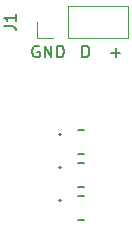
<source format=gto>
%TF.GenerationSoftware,KiCad,Pcbnew,(6.0.2)*%
%TF.CreationDate,2022-09-22T18:35:42-04:00*%
%TF.ProjectId,Neopixel Board,4e656f70-6978-4656-9c20-426f6172642e,rev?*%
%TF.SameCoordinates,Original*%
%TF.FileFunction,Legend,Top*%
%TF.FilePolarity,Positive*%
%FSLAX46Y46*%
G04 Gerber Fmt 4.6, Leading zero omitted, Abs format (unit mm)*
G04 Created by KiCad (PCBNEW (6.0.2)) date 2022-09-22 18:35:42*
%MOMM*%
%LPD*%
G01*
G04 APERTURE LIST*
%ADD10C,0.150000*%
%ADD11C,0.127000*%
%ADD12C,0.200000*%
%ADD13C,0.120000*%
G04 APERTURE END LIST*
D10*
X144018095Y-87130000D02*
X143922857Y-87082380D01*
X143780000Y-87082380D01*
X143637142Y-87130000D01*
X143541904Y-87225238D01*
X143494285Y-87320476D01*
X143446666Y-87510952D01*
X143446666Y-87653809D01*
X143494285Y-87844285D01*
X143541904Y-87939523D01*
X143637142Y-88034761D01*
X143780000Y-88082380D01*
X143875238Y-88082380D01*
X144018095Y-88034761D01*
X144065714Y-87987142D01*
X144065714Y-87653809D01*
X143875238Y-87653809D01*
X144494285Y-88082380D02*
X144494285Y-87082380D01*
X145065714Y-88082380D01*
X145065714Y-87082380D01*
X145541904Y-88082380D02*
X145541904Y-87082380D01*
X145780000Y-87082380D01*
X145922857Y-87130000D01*
X146018095Y-87225238D01*
X146065714Y-87320476D01*
X146113333Y-87510952D01*
X146113333Y-87653809D01*
X146065714Y-87844285D01*
X146018095Y-87939523D01*
X145922857Y-88034761D01*
X145780000Y-88082380D01*
X145541904Y-88082380D01*
X150114047Y-87701428D02*
X150875952Y-87701428D01*
X150495000Y-88082380D02*
X150495000Y-87320476D01*
X147693095Y-88082380D02*
X147693095Y-87082380D01*
X147931190Y-87082380D01*
X148074047Y-87130000D01*
X148169285Y-87225238D01*
X148216904Y-87320476D01*
X148264523Y-87510952D01*
X148264523Y-87653809D01*
X148216904Y-87844285D01*
X148169285Y-87939523D01*
X148074047Y-88034761D01*
X147931190Y-88082380D01*
X147693095Y-88082380D01*
%TO.C,J1*%
X141057380Y-85423333D02*
X141771666Y-85423333D01*
X141914523Y-85470952D01*
X142009761Y-85566190D01*
X142057380Y-85709047D01*
X142057380Y-85804285D01*
X142057380Y-84423333D02*
X142057380Y-84994761D01*
X142057380Y-84709047D02*
X141057380Y-84709047D01*
X141200238Y-84804285D01*
X141295476Y-84899523D01*
X141343095Y-84994761D01*
D11*
%TO.C,U3*%
X147329000Y-96250000D02*
X147819000Y-96250000D01*
X147329000Y-94250000D02*
X147819000Y-94250000D01*
D12*
X145904000Y-94620000D02*
G75*
G03*
X145904000Y-94620000I-100000J0D01*
G01*
D11*
%TO.C,U1*%
X147329000Y-99838000D02*
X147819000Y-99838000D01*
X147329000Y-101838000D02*
X147819000Y-101838000D01*
D12*
X145904000Y-100208000D02*
G75*
G03*
X145904000Y-100208000I-100000J0D01*
G01*
D13*
%TO.C,J1*%
X146446000Y-86420000D02*
X151586000Y-86420000D01*
X146446000Y-86420000D02*
X146446000Y-83760000D01*
X151586000Y-86420000D02*
X151586000Y-83760000D01*
X145176000Y-86420000D02*
X143846000Y-86420000D01*
X146446000Y-83760000D02*
X151586000Y-83760000D01*
X143846000Y-86420000D02*
X143846000Y-85090000D01*
D11*
%TO.C,U2*%
X147329000Y-97044000D02*
X147819000Y-97044000D01*
X147329000Y-99044000D02*
X147819000Y-99044000D01*
D12*
X145904000Y-97414000D02*
G75*
G03*
X145904000Y-97414000I-100000J0D01*
G01*
%TD*%
M02*

</source>
